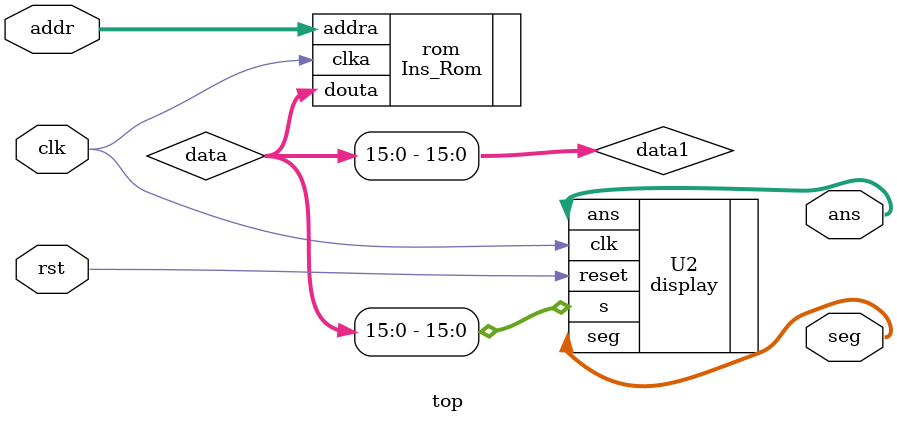
<source format=v>
`timescale 1ns / 1ps

module top(
    input clk,
    input rst,
    input [7:0] addr,
    output [3:0] ans, //select for seg
    output [6:0] seg  //segment digital
    );
    wire [31:0] data;
    wire [15:0] data1;
    assign data1=data[15:0];
    Ins_Rom rom(
        .clka(clk),
        .addra(addr),
        .douta(data)
        );
    display U2(.clk(clk),.reset(rst),.s(data1),.ans(ans),.seg(seg));
endmodule
</source>
